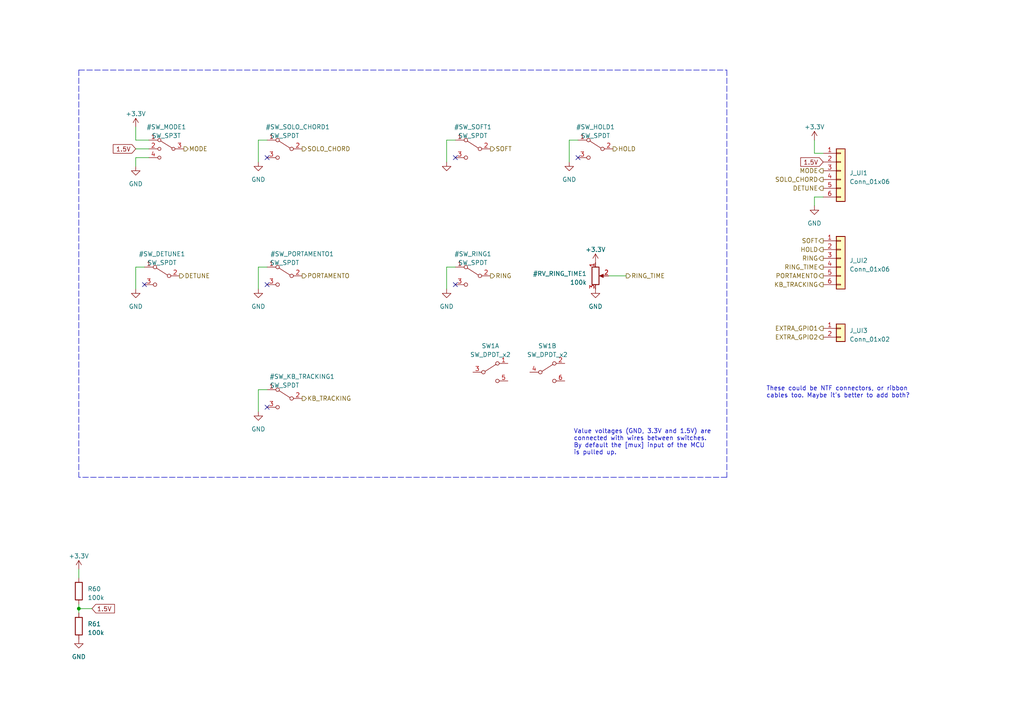
<source format=kicad_sch>
(kicad_sch (version 20230121) (generator eeschema)
  (paper "A4")
  (lib_symbols
    (symbol "Connector_Generic:Conn_01x02" (pin_names (offset 1.016) hide)
      (property "Reference" "J" (at 0 2.54 0))
      (property "Value" "Conn_01x02" (at 0 -5.08 0))
      (symbol "Conn_01x02_1_1"
        (rectangle (start -1.27 -2.413) (end 0 -2.667) (stroke (width 0.1524)))
        (rectangle (start -1.27 0.127) (end 0 -0.127) (stroke (width 0.1524)))
        (rectangle (start -1.27 1.27) (end 1.27 -3.81) (stroke (width 0.254)) (fill (type background)))
        (pin passive line (at -5.08 0 0) (length 3.81) (name "Pin_1") (number "1"))
        (pin passive line (at -5.08 -2.54 0) (length 3.81) (name "Pin_2") (number "2"))
      )
    )
    (symbol "Connector_Generic:Conn_01x06" (pin_names (offset 1.016) hide)
      (property "Reference" "J" (at 0 7.62 0))
      (property "Value" "Conn_01x06" (at 0 -10.16 0))
      (symbol "Conn_01x06_1_1"
        (rectangle (start -1.27 -7.493) (end 0 -7.747) (stroke (width 0.1524)))
        (rectangle (start -1.27 -4.953) (end 0 -5.207) (stroke (width 0.1524)))
        (rectangle (start -1.27 -2.413) (end 0 -2.667) (stroke (width 0.1524)))
        (rectangle (start -1.27 0.127) (end 0 -0.127) (stroke (width 0.1524)))
        (rectangle (start -1.27 2.667) (end 0 2.413) (stroke (width 0.1524)))
        (rectangle (start -1.27 5.207) (end 0 4.953) (stroke (width 0.1524)))
        (rectangle (start -1.27 6.35) (end 1.27 -8.89) (stroke (width 0.254)) (fill (type background)))
        (pin passive line (at -5.08 5.08 0) (length 3.81) (name "Pin_1") (number "1"))
        (pin passive line (at -5.08 2.54 0) (length 3.81) (name "Pin_2") (number "2"))
        (pin passive line (at -5.08 0 0) (length 3.81) (name "Pin_3") (number "3"))
        (pin passive line (at -5.08 -2.54 0) (length 3.81) (name "Pin_4") (number "4"))
        (pin passive line (at -5.08 -5.08 0) (length 3.81) (name "Pin_5") (number "5"))
        (pin passive line (at -5.08 -7.62 0) (length 3.81) (name "Pin_6") (number "6"))
      )
    )
    (symbol "Device:R" (pin_numbers hide) (pin_names (offset 0))
      (property "Reference" "R" (at 2.032 0 90))
      (property "Value" "R" (at 0 0 90))
      (symbol "R_0_1"
        (rectangle (start -1.016 -2.54) (end 1.016 2.54) (stroke (width 0.254)))
      )
      (symbol "R_1_1"
        (pin passive line (at 0 3.81 270) (length 1.27) (name "~") (number "1"))
        (pin passive line (at 0 -3.81 90) (length 1.27) (name "~") (number "2"))
      )
    )
    (symbol "Device:R_Potentiometer" (pin_names (offset 1.016) hide)
      (property "Reference" "RV" (at -4.445 0 90))
      (property "Value" "R_Potentiometer" (at -2.54 0 90))
      (symbol "R_Potentiometer_0_1"
        (polyline (pts (xy 2.54 0) (xy 1.524 0)))
        (polyline (pts (xy 1.143 0) (xy 2.286 0.508) (xy 2.286 -0.508) (xy 1.143 0)) (fill (type outline)))
        (rectangle (start 1.016 2.54) (end -1.016 -2.54) (stroke (width 0.254)))
      )
      (symbol "R_Potentiometer_1_1"
        (pin passive line (at 0 3.81 270) (length 1.27) (name "1") (number "1"))
        (pin passive line (at 3.81 0 180) (length 1.27) (name "2") (number "2"))
        (pin passive line (at 0 -3.81 90) (length 1.27) (name "3") (number "3"))
      )
    )
    (symbol "Shmoergh_Custom_Components:SW_DPDT_x2" (pin_names (offset 0) hide)
      (property "Reference" "SW" (at 0 4.318 0))
      (property "Value" "SW_DPDT_x2" (at 0 -5.08 0))
      (symbol "SW_DPDT_x2_0_0"
        (circle (center -2.032 0) (radius 0.508))
        (circle (center 2.032 -2.54) (radius 0.508))
      )
      (symbol "SW_DPDT_x2_0_1"
        (polyline (pts (xy -1.524 0.254) (xy 1.651 2.286)))
        (circle (center 2.032 2.54) (radius 0.508))
      )
      (symbol "SW_DPDT_x2_1_1"
        (pin passive line (at 5.08 2.54 180) (length 2.54) (name "A") (number "1"))
        (pin passive line (at -5.08 0 0) (length 2.54) (name "B") (number "3"))
        (pin passive line (at 5.08 -2.54 180) (length 2.54) (name "C") (number "5"))
      )
      (symbol "SW_DPDT_x2_2_1"
        (pin passive line (at 5.08 2.54 180) (length 2.54) (name "A") (number "2"))
        (pin passive line (at -5.08 0 0) (length 2.54) (name "B") (number "4"))
        (pin passive line (at 5.08 -2.54 180) (length 2.54) (name "C") (number "6"))
      )
    )
    (symbol "Switch:SW_SP3T" (pin_names (offset 0) hide)
      (property "Reference" "SW" (at 0 5.08 0))
      (property "Value" "SW_SP3T" (at 0 -5.08 0))
      (symbol "SW_SP3T_0_1"
        (circle (center -2.032 0) (radius 0.4572))
        (polyline (pts (xy -1.651 0.254) (xy 1.651 2.286)))
        (circle (center 2.032 -2.54) (radius 0.4572))
        (circle (center 2.032 0) (radius 0.4572))
        (circle (center 2.032 2.54) (radius 0.4572))
      )
      (symbol "SW_SP3T_1_1"
        (pin passive line (at 5.08 2.54 180) (length 2.54) (name "1") (number "1"))
        (pin passive line (at 5.08 0 180) (length 2.54) (name "2") (number "2"))
        (pin passive line (at -5.08 0 0) (length 2.54) (name "3") (number "3"))
        (pin passive line (at 5.08 -2.54 180) (length 2.54) (name "4") (number "4"))
      )
    )
    (symbol "Switch:SW_SPDT" (pin_names (offset 0) hide)
      (property "Reference" "SW" (at 0 4.318 0))
      (property "Value" "SW_SPDT" (at 0 -5.08 0))
      (symbol "SW_SPDT_0_0"
        (circle (center -2.032 0) (radius 0.508))
        (circle (center 2.032 -2.54) (radius 0.508))
      )
      (symbol "SW_SPDT_0_1"
        (polyline (pts (xy -1.524 0.254) (xy 1.651 2.286)))
        (circle (center 2.032 2.54) (radius 0.508))
      )
      (symbol "SW_SPDT_1_1"
        (pin passive line (at 5.08 2.54 180) (length 2.54) (name "A") (number "1"))
        (pin passive line (at -5.08 0 0) (length 2.54) (name "B") (number "2"))
        (pin passive line (at 5.08 -2.54 180) (length 2.54) (name "C") (number "3"))
      )
    )
    (symbol "power:+3.3V" (power) (pin_names (offset 0))
      (property "Value" "+3.3V" (at 0 3.556 0))
      (symbol "+3.3V_0_1"
        (polyline (pts (xy -0.762 1.27) (xy 0 2.54)))
        (polyline (pts (xy 0 0) (xy 0 2.54)))
        (polyline (pts (xy 0 2.54) (xy 0.762 1.27)))
      )
      (symbol "+3.3V_1_1"
        (pin power_in line (at 0 0 90) (length 0) hide (name "+3.3V") (number "1"))
      )
    )
    (symbol "power:GND" (power) (pin_names (offset 0))
      (property "Value" "GND" (at 0 -3.81 0))
      (symbol "GND_0_1"
        (polyline (pts (xy 0 0) (xy 0 -1.27) (xy 1.27 -1.27) (xy 0 -2.54) (xy -1.27 -1.27) (xy 0 -1.27)))
      )
      (symbol "GND_1_1"
        (pin power_in line (at 0 0 270) (length 0) hide (name "GND") (number "1"))
      )
    )
  )
  (junction (at 22.86 176.53))
  (no_connect (at 132.08 45.72))
  (no_connect (at 77.47 45.72))
  (no_connect (at 167.64 45.72))
  (no_connect (at 77.47 118.11))
  (no_connect (at 41.91 82.55))
  (no_connect (at 132.08 82.55))
  (no_connect (at 77.47 82.55))
  (wire (pts (xy 39.37 43.18) (xy 43.18 43.18)))
  (wire (pts (xy 74.93 40.64) (xy 74.93 46.99)))
  (wire (pts (xy 236.22 59.69) (xy 236.22 57.15)))
  (wire (pts (xy 22.86 176.53) (xy 26.67 176.53)))
  (wire (pts (xy 41.91 77.47) (xy 39.37 77.47)))
  (wire (pts (xy 39.37 45.72) (xy 43.18 45.72)))
  (wire (pts (xy 74.93 113.03) (xy 74.93 119.38)))
  (polyline (pts (xy 210.82 20.32) (xy 210.82 138.43)) (stroke (width 0) (type dash)))
  (wire (pts (xy 77.47 77.47) (xy 74.93 77.47)))
  (wire (pts (xy 22.86 176.53) (xy 22.86 177.8)))
  (wire (pts (xy 236.22 44.45) (xy 238.76 44.45)))
  (polyline (pts (xy 210.82 138.43) (xy 22.86 138.43)) (stroke (width 0) (type dash)))
  (wire (pts (xy 77.47 113.03) (xy 74.93 113.03)))
  (polyline (pts (xy 22.86 20.32) (xy 22.86 138.43)) (stroke (width 0) (type dash)))
  (wire (pts (xy 129.54 40.64) (xy 129.54 46.99)))
  (wire (pts (xy 167.64 40.64) (xy 165.1 40.64)))
  (wire (pts (xy 236.22 40.64) (xy 236.22 44.45)))
  (wire (pts (xy 39.37 40.64) (xy 43.18 40.64)))
  (wire (pts (xy 22.86 165.1) (xy 22.86 167.64)))
  (wire (pts (xy 77.47 40.64) (xy 74.93 40.64)))
  (wire (pts (xy 132.08 40.64) (xy 129.54 40.64)))
  (polyline (pts (xy 22.86 20.32) (xy 210.82 20.32)) (stroke (width 0) (type dash)))
  (wire (pts (xy 39.37 36.83) (xy 39.37 40.64)))
  (wire (pts (xy 39.37 48.26) (xy 39.37 45.72)))
  (wire (pts (xy 165.1 40.64) (xy 165.1 46.99)))
  (wire (pts (xy 129.54 77.47) (xy 129.54 83.82)))
  (wire (pts (xy 181.61 80.01) (xy 176.53 80.01)))
  (wire (pts (xy 74.93 77.47) (xy 74.93 83.82)))
  (wire (pts (xy 132.08 77.47) (xy 129.54 77.47)))
  (wire (pts (xy 22.86 175.26) (xy 22.86 176.53)))
  (wire (pts (xy 39.37 77.47) (xy 39.37 83.82)))
  (wire (pts (xy 236.22 57.15) (xy 238.76 57.15)))
  (text "Value voltages (GND, 3.3V and 1.5V) are \nconnected with wires between switches.\nBy default the [mux] input of the MCU\nis pulled up." (at 166.37 132.08 0) (effects (font (size 1.27 1.27)) (justify left bottom)))
  (text "These could be NTF connectors, or ribbon\ncables too. Maybe it's better to add both?" (at 222.25 115.57 0) (effects (font (size 1.27 1.27)) (justify left bottom)))
  (global_label "1.5V" (shape input) (at 26.67 176.53 0) (property "Intersheetrefs" "${INTERSHEET_REFS}" (effects hide)))
  (global_label "1.5V" (shape input) (at 238.76 46.99 180) (property "Intersheetrefs" "${INTERSHEET_REFS}" (effects hide)))
  (global_label "1.5V" (shape input) (at 39.37 43.18 180) (property "Intersheetrefs" "${INTERSHEET_REFS}" (effects hide)))
  (hierarchical_label "SOFT" (shape output) (at 238.76 69.85 180))
  (hierarchical_label "RING" (shape output) (at 238.76 74.93 180))
  (hierarchical_label "PORTAMENTO" (shape output) (at 238.76 80.01 180))
  (hierarchical_label "PORTAMENTO" (shape output) (at 87.63 80.01 0))
  (hierarchical_label "KB_TRACKING" (shape output) (at 238.76 82.55 180))
  (hierarchical_label "RING" (shape output) (at 142.24 80.01 0))
  (hierarchical_label "SOLO_CHORD" (shape output) (at 87.63 43.18 0))
  (hierarchical_label "SOFT" (shape output) (at 142.24 43.18 0))
  (hierarchical_label "MODE" (shape output) (at 53.34 43.18 0))
  (hierarchical_label "RING_TIME" (shape output) (at 238.76 77.47 180))
  (hierarchical_label "DETUNE" (shape output) (at 52.07 80.01 0))
  (hierarchical_label "HOLD" (shape output) (at 177.8 43.18 0))
  (hierarchical_label "HOLD" (shape output) (at 238.76 72.39 180))
  (hierarchical_label "KB_TRACKING" (shape output) (at 87.63 115.57 0))
  (hierarchical_label "MODE" (shape output) (at 238.76 49.53 180))
  (hierarchical_label "EXTRA_GPIO1" (shape output) (at 238.76 95.25 180))
  (hierarchical_label "SOLO_CHORD" (shape output) (at 238.76 52.07 180))
  (hierarchical_label "RING_TIME" (shape output) (at 181.61 80.01 0))
  (hierarchical_label "EXTRA_GPIO2" (shape output) (at 238.76 97.79 180))
  (hierarchical_label "DETUNE" (shape output) (at 238.76 54.61 180))
  (symbol (lib_id "power:GND") (at 74.93 46.99 0) (unit 1)
    (property "Reference" "#PWR0119" (effects hide))
    (property "Value" "GND" (at 74.93 52.07 0))
  )
  (symbol (lib_id "Device:R") (at 22.86 181.61 0) (unit 1)
    (property "Reference" "R61" (at 25.4 180.975 0) (effects (justify left)))
    (property "Value" "100k" (at 25.4 183.515 0) (effects (justify left)))
    (property "Footprint" "Shmoergh_Custom_Footprints:R_Axial_DIN0207_L6.3mm_D2.5mm_P7.62mm_Horizontal" (effects hide))
  )
  (symbol (lib_id "Connector_Generic:Conn_01x06") (at 243.84 74.93 0) (unit 1)
    (property "Reference" "J_UI2" (at 246.38 75.565 0) (effects (justify left)))
    (property "Value" "Conn_01x06" (at 246.38 78.105 0) (effects (justify left)))
    (property "Footprint" "Shmoergh_Custom_Footprints:NSL25_01x06_Vertical" (effects hide))
  )
  (symbol (lib_id "power:+3.3V") (at 22.86 165.1 0) (unit 1)
    (property "Reference" "#PWR0114" (effects hide))
    (property "Value" "+3.3V" (at 22.86 161.29 0))
  )
  (symbol (lib_id "Switch:SW_SPDT") (at 82.55 80.01 0) (mirror y) (unit 1)
    (property "Reference" "#SW_PORTAMENTO1" (at 87.63 73.66 0))
    (property "Value" "SW_SPDT" (at 82.55 76.2 0))
  )
  (symbol (lib_id "Device:R_Potentiometer") (at 172.72 80.01 0) (unit 1)
    (property "Reference" "#RV_RING_TIME1" (at 170.18 79.375 0) (effects (justify right)))
    (property "Value" "100k" (at 170.18 81.915 0) (effects (justify right)))
  )
  (symbol (lib_id "power:GND") (at 172.72 83.82 0) (unit 1)
    (property "Reference" "#PWR0126" (effects hide))
    (property "Value" "GND" (at 172.72 88.9 0))
  )
  (symbol (lib_id "power:GND") (at 129.54 83.82 0) (unit 1)
    (property "Reference" "#PWR0123" (effects hide))
    (property "Value" "GND" (at 129.54 88.9 0))
  )
  (symbol (lib_id "power:GND") (at 74.93 119.38 0) (unit 1)
    (property "Reference" "#PWR0121" (effects hide))
    (property "Value" "GND" (at 74.93 124.46 0))
  )
  (symbol (lib_id "Shmoergh_Custom_Components:SW_DPDT_x2") (at 142.24 107.95 0) (unit 1)
    (property "Reference" "SW1" (at 142.24 100.33 0))
    (property "Value" "SW_DPDT_x2" (at 142.24 102.87 0))
  )
  (symbol (lib_id "power:GND") (at 236.22 59.69 0) (unit 1)
    (property "Reference" "#PWR0128" (effects hide))
    (property "Value" "GND" (at 236.22 64.77 0))
  )
  (symbol (lib_id "Connector_Generic:Conn_01x02") (at 243.84 95.25 0) (unit 1)
    (property "Reference" "J_UI3" (at 246.38 95.885 0) (effects (justify left)))
    (property "Value" "Conn_01x02" (at 246.38 98.425 0) (effects (justify left)))
    (property "Footprint" "Shmoergh_Custom_Footprints:NSL25_01x02_Vertical" (effects hide))
  )
  (symbol (lib_id "Switch:SW_SPDT") (at 137.16 80.01 0) (mirror y) (unit 1)
    (property "Reference" "#SW_RING1" (at 137.16 73.66 0))
    (property "Value" "SW_SPDT" (at 137.16 76.2 0))
  )
  (symbol (lib_id "Switch:SW_SPDT") (at 172.72 43.18 0) (mirror y) (unit 1)
    (property "Reference" "#SW_HOLD1" (at 172.72 36.83 0))
    (property "Value" "SW_SPDT" (at 172.72 39.37 0))
  )
  (symbol (lib_id "power:GND") (at 165.1 46.99 0) (unit 1)
    (property "Reference" "#PWR0124" (effects hide))
    (property "Value" "GND" (at 165.1 52.07 0))
  )
  (symbol (lib_id "power:GND") (at 74.93 83.82 0) (unit 1)
    (property "Reference" "#PWR0120" (effects hide))
    (property "Value" "GND" (at 74.93 88.9 0))
  )
  (symbol (lib_id "Switch:SW_SP3T") (at 48.26 43.18 0) (mirror y) (unit 1)
    (property "Reference" "#SW_MODE1" (at 48.26 36.83 0))
    (property "Value" "SW_SP3T" (at 48.26 39.37 0))
  )
  (symbol (lib_id "Switch:SW_SPDT") (at 46.99 80.01 0) (mirror y) (unit 1)
    (property "Reference" "#SW_DETUNE1" (at 46.99 73.66 0))
    (property "Value" "SW_SPDT" (at 46.99 76.2 0))
  )
  (symbol (lib_id "Shmoergh_Custom_Components:SW_DPDT_x2") (at 158.75 107.95 0) (unit 2)
    (property "Reference" "SW1" (at 158.75 100.33 0))
    (property "Value" "SW_DPDT_x2" (at 158.75 102.87 0))
  )
  (symbol (lib_id "power:+3.3V") (at 172.72 76.2 0) (unit 1)
    (property "Reference" "#PWR0125" (effects hide))
    (property "Value" "+3.3V" (at 172.72 72.39 0))
  )
  (symbol (lib_id "Switch:SW_SPDT") (at 137.16 43.18 0) (mirror y) (unit 1)
    (property "Reference" "#SW_SOFT1" (at 137.16 36.83 0))
    (property "Value" "SW_SPDT" (at 137.16 39.37 0))
  )
  (symbol (lib_id "Switch:SW_SPDT") (at 82.55 43.18 0) (mirror y) (unit 1)
    (property "Reference" "#SW_SOLO_CHORD1" (at 86.36 36.83 0))
    (property "Value" "SW_SPDT" (at 82.55 39.37 0))
  )
  (symbol (lib_id "Device:R") (at 22.86 171.45 0) (unit 1)
    (property "Reference" "R60" (at 25.4 170.815 0) (effects (justify left)))
    (property "Value" "100k" (at 25.4 173.355 0) (effects (justify left)))
    (property "Footprint" "Shmoergh_Custom_Footprints:R_Axial_DIN0207_L6.3mm_D2.5mm_P7.62mm_Horizontal" (effects hide))
  )
  (symbol (lib_id "power:GND") (at 39.37 48.26 0) (unit 1)
    (property "Reference" "#PWR0117" (effects hide))
    (property "Value" "GND" (at 39.37 53.34 0))
  )
  (symbol (lib_id "power:GND") (at 22.86 185.42 0) (unit 1)
    (property "Reference" "#PWR0115" (effects hide))
    (property "Value" "GND" (at 22.86 190.5 0))
  )
  (symbol (lib_id "power:GND") (at 39.37 83.82 0) (unit 1)
    (property "Reference" "#PWR0118" (effects hide))
    (property "Value" "GND" (at 39.37 88.9 0))
  )
  (symbol (lib_id "Switch:SW_SPDT") (at 82.55 115.57 0) (mirror y) (unit 1)
    (property "Reference" "#SW_KB_TRACKING1" (at 87.63 109.22 0))
    (property "Value" "SW_SPDT" (at 82.55 111.76 0))
  )
  (symbol (lib_id "power:+3.3V") (at 236.22 40.64 0) (unit 1)
    (property "Reference" "#PWR0127" (effects hide))
    (property "Value" "+3.3V" (at 236.22 36.83 0))
  )
  (symbol (lib_id "power:+3.3V") (at 39.37 36.83 0) (unit 1)
    (property "Reference" "#PWR0116" (effects hide))
    (property "Value" "+3.3V" (at 39.37 33.02 0))
  )
  (symbol (lib_id "power:GND") (at 129.54 46.99 0) (unit 1)
    (property "Reference" "#PWR0122" (effects hide))
    (property "Value" "GND" (effects hide))
  )
  (symbol (lib_id "Connector_Generic:Conn_01x06") (at 243.84 49.53 0) (unit 1)
    (property "Reference" "J_UI1" (at 246.38 50.165 0) (effects (justify left)))
    (property "Value" "Conn_01x06" (at 246.38 52.705 0) (effects (justify left)))
    (property "Footprint" "Shmoergh_Custom_Footprints:NSL25_01x06_Vertical" (effects hide))
  )
)
</source>
